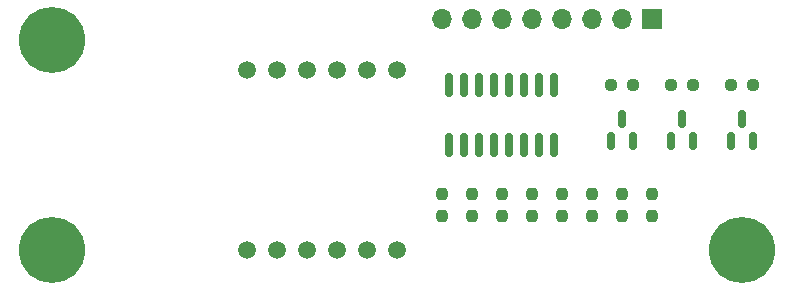
<source format=gbr>
%TF.GenerationSoftware,KiCad,Pcbnew,8.0.8*%
%TF.CreationDate,2025-02-24T20:51:07+00:00*%
%TF.ProjectId,7-segment,372d7365-676d-4656-9e74-2e6b69636164,rev?*%
%TF.SameCoordinates,Original*%
%TF.FileFunction,Soldermask,Top*%
%TF.FilePolarity,Negative*%
%FSLAX46Y46*%
G04 Gerber Fmt 4.6, Leading zero omitted, Abs format (unit mm)*
G04 Created by KiCad (PCBNEW 8.0.8) date 2025-02-24 20:51:07*
%MOMM*%
%LPD*%
G01*
G04 APERTURE LIST*
G04 Aperture macros list*
%AMRoundRect*
0 Rectangle with rounded corners*
0 $1 Rounding radius*
0 $2 $3 $4 $5 $6 $7 $8 $9 X,Y pos of 4 corners*
0 Add a 4 corners polygon primitive as box body*
4,1,4,$2,$3,$4,$5,$6,$7,$8,$9,$2,$3,0*
0 Add four circle primitives for the rounded corners*
1,1,$1+$1,$2,$3*
1,1,$1+$1,$4,$5*
1,1,$1+$1,$6,$7*
1,1,$1+$1,$8,$9*
0 Add four rect primitives between the rounded corners*
20,1,$1+$1,$2,$3,$4,$5,0*
20,1,$1+$1,$4,$5,$6,$7,0*
20,1,$1+$1,$6,$7,$8,$9,0*
20,1,$1+$1,$8,$9,$2,$3,0*%
G04 Aperture macros list end*
%ADD10C,5.600000*%
%ADD11RoundRect,0.237500X0.250000X0.237500X-0.250000X0.237500X-0.250000X-0.237500X0.250000X-0.237500X0*%
%ADD12RoundRect,0.237500X0.237500X-0.250000X0.237500X0.250000X-0.237500X0.250000X-0.237500X-0.250000X0*%
%ADD13RoundRect,0.150000X0.150000X-0.587500X0.150000X0.587500X-0.150000X0.587500X-0.150000X-0.587500X0*%
%ADD14R,1.700000X1.700000*%
%ADD15O,1.700000X1.700000*%
%ADD16RoundRect,0.150000X0.150000X-0.850000X0.150000X0.850000X-0.150000X0.850000X-0.150000X-0.850000X0*%
%ADD17C,1.500000*%
G04 APERTURE END LIST*
D10*
%TO.C,H1*%
X124460000Y-55880000D03*
%TD*%
D11*
%TO.C,R2*%
X120292500Y-41910000D03*
X118467500Y-41910000D03*
%TD*%
D10*
%TO.C,H2*%
X66040000Y-55880000D03*
%TD*%
D12*
%TO.C,R5*%
X101600000Y-52982500D03*
X101600000Y-51157500D03*
%TD*%
D13*
%TO.C,Q2*%
X118430000Y-46657500D03*
X120330000Y-46657500D03*
X119380000Y-44782500D03*
%TD*%
D11*
%TO.C,R1*%
X115212500Y-41910000D03*
X113387500Y-41910000D03*
%TD*%
%TO.C,R3*%
X125372500Y-41910000D03*
X123547500Y-41910000D03*
%TD*%
D12*
%TO.C,R10*%
X114300000Y-52982500D03*
X114300000Y-51157500D03*
%TD*%
D10*
%TO.C,H3*%
X66040000Y-38100000D03*
%TD*%
D12*
%TO.C,R11*%
X116840000Y-52982500D03*
X116840000Y-51157500D03*
%TD*%
%TO.C,R7*%
X106680000Y-52982500D03*
X106680000Y-51157500D03*
%TD*%
D13*
%TO.C,Q3*%
X123510000Y-46657500D03*
X125410000Y-46657500D03*
X124460000Y-44782500D03*
%TD*%
D12*
%TO.C,R6*%
X104140000Y-52982500D03*
X104140000Y-51157500D03*
%TD*%
%TO.C,R9*%
X111760000Y-52982500D03*
X111760000Y-51157500D03*
%TD*%
%TO.C,R8*%
X109220000Y-52982500D03*
X109220000Y-51157500D03*
%TD*%
D14*
%TO.C,J1*%
X116840000Y-36322000D03*
D15*
X114300000Y-36322000D03*
X111760000Y-36322000D03*
X109220000Y-36322000D03*
X106680000Y-36322000D03*
X104140000Y-36322000D03*
X101600000Y-36322000D03*
X99060000Y-36322000D03*
%TD*%
D12*
%TO.C,R4*%
X99060000Y-52982500D03*
X99060000Y-51157500D03*
%TD*%
D13*
%TO.C,Q1*%
X113350000Y-46657500D03*
X115250000Y-46657500D03*
X114300000Y-44782500D03*
%TD*%
D16*
%TO.C,U2*%
X99695000Y-46950000D03*
X100965000Y-46950000D03*
X102235000Y-46950000D03*
X103505000Y-46950000D03*
X104775000Y-46950000D03*
X106045000Y-46950000D03*
X107315000Y-46950000D03*
X108585000Y-46950000D03*
X108585000Y-41950000D03*
X107315000Y-41950000D03*
X106045000Y-41950000D03*
X104775000Y-41950000D03*
X103505000Y-41950000D03*
X102235000Y-41950000D03*
X100965000Y-41950000D03*
X99695000Y-41950000D03*
%TD*%
D17*
%TO.C,U1*%
X95250000Y-55880000D03*
X92710000Y-55880000D03*
X90170000Y-55880000D03*
X87630000Y-55880000D03*
X85090000Y-55880000D03*
X82550000Y-55880000D03*
X82550000Y-40640000D03*
X85090000Y-40640000D03*
X87630000Y-40640000D03*
X90170000Y-40640000D03*
X92710000Y-40640000D03*
X95250000Y-40640000D03*
%TD*%
M02*

</source>
